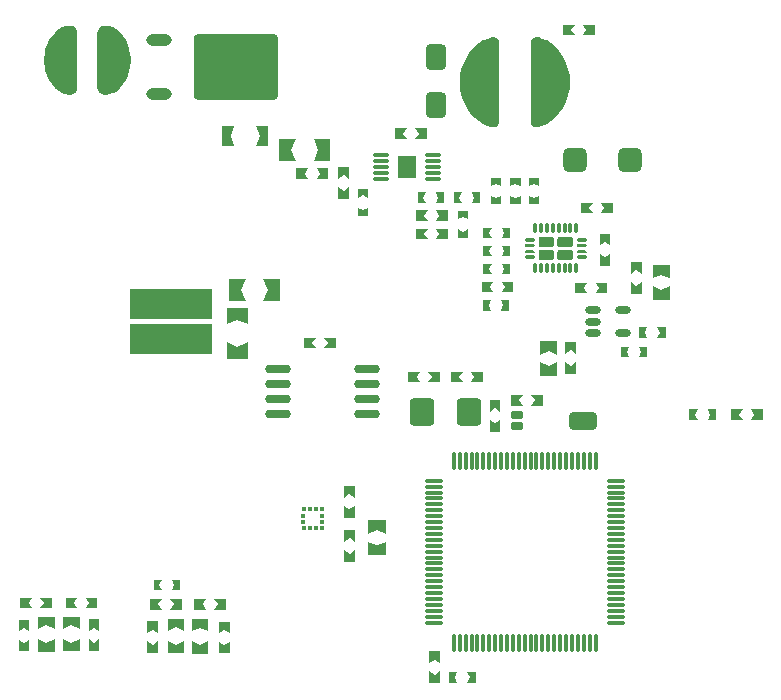
<source format=gtp>
G04 Layer_Color=8421504*
%FSLAX24Y24*%
%MOIN*%
G70*
G01*
G75*
%ADD11R,0.2756X0.0984*%
G04:AMPARAMS|DCode=16|XSize=90.6mil|YSize=82.7mil|CornerRadius=12.4mil|HoleSize=0mil|Usage=FLASHONLY|Rotation=270.000|XOffset=0mil|YOffset=0mil|HoleType=Round|Shape=RoundedRectangle|*
%AMROUNDEDRECTD16*
21,1,0.0906,0.0579,0,0,270.0*
21,1,0.0657,0.0827,0,0,270.0*
1,1,0.0248,-0.0289,-0.0329*
1,1,0.0248,-0.0289,0.0329*
1,1,0.0248,0.0289,0.0329*
1,1,0.0248,0.0289,-0.0329*
%
%ADD16ROUNDEDRECTD16*%
%ADD17O,0.0630X0.0118*%
%ADD18O,0.0118X0.0630*%
%ADD21O,0.0532X0.0236*%
%ADD24O,0.0335X0.0118*%
%ADD25O,0.0118X0.0335*%
G04:AMPARAMS|DCode=26|XSize=82.7mil|YSize=78.7mil|CornerRadius=19.7mil|HoleSize=0mil|Usage=FLASHONLY|Rotation=270.000|XOffset=0mil|YOffset=0mil|HoleType=Round|Shape=RoundedRectangle|*
%AMROUNDEDRECTD26*
21,1,0.0827,0.0394,0,0,270.0*
21,1,0.0433,0.0787,0,0,270.0*
1,1,0.0394,-0.0197,-0.0217*
1,1,0.0394,-0.0197,0.0217*
1,1,0.0394,0.0197,0.0217*
1,1,0.0394,0.0197,-0.0217*
%
%ADD26ROUNDEDRECTD26*%
%ADD31O,0.0571X0.0118*%
%ADD32R,0.0610X0.0728*%
G04:AMPARAMS|DCode=33|XSize=86.6mil|YSize=68.9mil|CornerRadius=17.2mil|HoleSize=0mil|Usage=FLASHONLY|Rotation=270.000|XOffset=0mil|YOffset=0mil|HoleType=Round|Shape=RoundedRectangle|*
%AMROUNDEDRECTD33*
21,1,0.0866,0.0344,0,0,270.0*
21,1,0.0522,0.0689,0,0,270.0*
1,1,0.0344,-0.0172,-0.0261*
1,1,0.0344,-0.0172,0.0261*
1,1,0.0344,0.0172,0.0261*
1,1,0.0344,0.0172,-0.0261*
%
%ADD33ROUNDEDRECTD33*%
G04:AMPARAMS|DCode=35|XSize=43.3mil|YSize=23.6mil|CornerRadius=5.9mil|HoleSize=0mil|Usage=FLASHONLY|Rotation=0.000|XOffset=0mil|YOffset=0mil|HoleType=Round|Shape=RoundedRectangle|*
%AMROUNDEDRECTD35*
21,1,0.0433,0.0118,0,0,0.0*
21,1,0.0315,0.0236,0,0,0.0*
1,1,0.0118,0.0157,-0.0059*
1,1,0.0118,-0.0157,-0.0059*
1,1,0.0118,-0.0157,0.0059*
1,1,0.0118,0.0157,0.0059*
%
%ADD35ROUNDEDRECTD35*%
G04:AMPARAMS|DCode=36|XSize=94.5mil|YSize=59.1mil|CornerRadius=14.8mil|HoleSize=0mil|Usage=FLASHONLY|Rotation=0.000|XOffset=0mil|YOffset=0mil|HoleType=Round|Shape=RoundedRectangle|*
%AMROUNDEDRECTD36*
21,1,0.0945,0.0295,0,0,0.0*
21,1,0.0650,0.0591,0,0,0.0*
1,1,0.0295,0.0325,-0.0148*
1,1,0.0295,-0.0325,-0.0148*
1,1,0.0295,-0.0325,0.0148*
1,1,0.0295,0.0325,0.0148*
%
%ADD36ROUNDEDRECTD36*%
%ADD37O,0.0850X0.0295*%
%ADD38O,0.0846X0.0394*%
G04:AMPARAMS|DCode=39|XSize=279.5mil|YSize=218.5mil|CornerRadius=10.9mil|HoleSize=0mil|Usage=FLASHONLY|Rotation=0.000|XOffset=0mil|YOffset=0mil|HoleType=Round|Shape=RoundedRectangle|*
%AMROUNDEDRECTD39*
21,1,0.2795,0.1967,0,0,0.0*
21,1,0.2577,0.2185,0,0,0.0*
1,1,0.0219,0.1288,-0.0983*
1,1,0.0219,-0.1288,-0.0983*
1,1,0.0219,-0.1288,0.0983*
1,1,0.0219,0.1288,0.0983*
%
%ADD39ROUNDEDRECTD39*%
%ADD40R,0.0118X0.0157*%
%ADD41R,0.0157X0.0118*%
G36*
X51171Y44990D02*
X50778D01*
X50896Y45167D01*
X50778Y45344D01*
X51171D01*
Y44990D01*
D02*
G37*
G36*
X50384Y45167D02*
X50502Y44990D01*
X50108D01*
Y45344D01*
X50502D01*
X50384Y45167D01*
D02*
G37*
G36*
X34993Y45283D02*
X35109Y45248D01*
X35215Y45192D01*
X35308Y45115D01*
X35338Y45085D01*
X35450Y44957D01*
X35543Y44814D01*
X35616Y44661D01*
X35617Y44657D01*
X35662Y44517D01*
X35690Y44372D01*
X35699Y44226D01*
X35699Y44094D01*
X35689Y43939D01*
X35660Y43786D01*
X35613Y43638D01*
X35612Y43637D01*
X35542Y43489D01*
X35453Y43352D01*
X35345Y43229D01*
X35302Y43186D01*
X35212Y43112D01*
X35109Y43057D01*
X34998Y43023D01*
X34882Y43012D01*
X34813D01*
X34746Y43022D01*
X34686Y43053D01*
X34638Y43101D01*
X34607Y43161D01*
X34596Y43228D01*
Y45079D01*
X34607Y45146D01*
X34638Y45206D01*
X34686Y45254D01*
X34746Y45285D01*
X34813Y45295D01*
X34873D01*
X34993Y45283D01*
D02*
G37*
G36*
X33778Y45285D02*
X33838Y45254D01*
X33886Y45206D01*
X33917Y45146D01*
X33927Y45079D01*
Y43228D01*
X33917Y43161D01*
X33886Y43101D01*
X33838Y43053D01*
X33778Y43022D01*
X33711Y43012D01*
X33651D01*
X33531Y43024D01*
X33415Y43059D01*
X33309Y43116D01*
X33215Y43192D01*
X33185Y43222D01*
X33074Y43350D01*
X32980Y43493D01*
X32908Y43646D01*
X32906Y43650D01*
X32861Y43790D01*
X32834Y43935D01*
X32825Y44082D01*
X32825Y44213D01*
X32834Y44368D01*
X32863Y44521D01*
X32911Y44669D01*
X32911Y44670D01*
X32981Y44818D01*
X33071Y44955D01*
X33178Y45078D01*
X33222Y45121D01*
X33312Y45195D01*
X33414Y45250D01*
X33526Y45284D01*
X33642Y45295D01*
X33711D01*
X33778Y45285D01*
D02*
G37*
G36*
X47879Y44910D02*
X47938Y44866D01*
X47978Y44804D01*
X47991Y44732D01*
Y42126D01*
X47977Y42052D01*
X47937Y41988D01*
X47876Y41943D01*
X47803Y41924D01*
X47728Y41933D01*
X47598Y41973D01*
X47447Y42034D01*
X47308Y42117D01*
X47183Y42221D01*
X47178Y42225D01*
X47029Y42391D01*
X46903Y42575D01*
X46803Y42774D01*
X46730Y42985D01*
X46686Y43203D01*
X46671Y43425D01*
X46686Y43648D01*
X46730Y43866D01*
X46803Y44076D01*
X46903Y44275D01*
X47029Y44459D01*
X47178Y44625D01*
X47181Y44627D01*
X47307Y44733D01*
X47449Y44817D01*
X47601Y44878D01*
X47735Y44920D01*
X47808Y44929D01*
X47879Y44910D01*
D02*
G37*
G36*
X49300Y44918D02*
X49429Y44877D01*
X49580Y44817D01*
X49720Y44733D01*
X49845Y44629D01*
X49849Y44625D01*
X49998Y44459D01*
X50124Y44275D01*
X50224Y44076D01*
X50297Y43866D01*
X50341Y43647D01*
X50356Y43425D01*
X50341Y43203D01*
X50297Y42985D01*
X50224Y42774D01*
X50124Y42575D01*
X49998Y42391D01*
X49849Y42225D01*
X49847Y42223D01*
X49720Y42118D01*
X49579Y42034D01*
X49426Y41972D01*
X49292Y41930D01*
X49219Y41922D01*
X49148Y41941D01*
X49089Y41984D01*
X49050Y42046D01*
X49036Y42118D01*
Y44724D01*
X49050Y44798D01*
X49091Y44862D01*
X49152Y44907D01*
X49225Y44926D01*
X49300Y44918D01*
D02*
G37*
G36*
X45581Y41526D02*
X45187D01*
X45305Y41703D01*
X45187Y41880D01*
X45581D01*
Y41526D01*
D02*
G37*
G36*
X44793Y41703D02*
X44911Y41526D01*
X44518D01*
Y41880D01*
X44911D01*
X44793Y41703D01*
D02*
G37*
G36*
X40295Y41280D02*
X39882D01*
X40000Y41624D01*
X39882Y41968D01*
X40295D01*
Y41280D01*
D02*
G37*
G36*
X39035Y41624D02*
X39154Y41280D01*
X38740D01*
Y41968D01*
X39154D01*
X39035Y41624D01*
D02*
G37*
G36*
X42352Y40807D02*
X41801D01*
X41959Y41161D01*
X41801Y41516D01*
X42352D01*
Y40807D01*
D02*
G37*
G36*
X41053Y41161D02*
X41211Y40807D01*
X40659D01*
Y41516D01*
X41211D01*
X41053Y41161D01*
D02*
G37*
G36*
X42982Y40207D02*
X42805Y40325D01*
X42628Y40207D01*
Y40600D01*
X42982D01*
Y40207D01*
D02*
G37*
G36*
X42293Y40197D02*
X41900D01*
X42018Y40374D01*
X41900Y40551D01*
X42293D01*
Y40197D01*
D02*
G37*
G36*
X41506Y40374D02*
X41624Y40197D01*
X41230D01*
Y40551D01*
X41624D01*
X41506Y40374D01*
D02*
G37*
G36*
X49331Y39961D02*
X49154Y40039D01*
X48976Y39961D01*
Y40236D01*
X49331D01*
Y39961D01*
D02*
G37*
G36*
X48701D02*
X48524Y40039D01*
X48346Y39961D01*
Y40236D01*
X48701D01*
Y39961D01*
D02*
G37*
G36*
X48061D02*
X47884Y40039D01*
X47707Y39961D01*
Y40236D01*
X48061D01*
Y39961D01*
D02*
G37*
G36*
X42982Y39537D02*
X42628D01*
Y39931D01*
X42805Y39813D01*
X42982Y39931D01*
Y39537D01*
D02*
G37*
G36*
X43622Y39577D02*
X43445Y39655D01*
X43268Y39577D01*
Y39852D01*
X43622D01*
Y39577D01*
D02*
G37*
G36*
X49331Y39351D02*
X48976D01*
Y39626D01*
X49154Y39547D01*
X49331Y39626D01*
Y39351D01*
D02*
G37*
G36*
X48701D02*
X48346D01*
Y39626D01*
X48524Y39547D01*
X48701Y39626D01*
Y39351D01*
D02*
G37*
G36*
X48061D02*
X47707D01*
Y39626D01*
X47884Y39547D01*
X48061Y39626D01*
Y39351D01*
D02*
G37*
G36*
X47352Y39400D02*
X47077D01*
X47155Y39577D01*
X47077Y39754D01*
X47352D01*
Y39400D01*
D02*
G37*
G36*
X46663Y39577D02*
X46742Y39400D01*
X46467D01*
Y39754D01*
X46742D01*
X46663Y39577D01*
D02*
G37*
G36*
X46151Y39400D02*
X45876D01*
X45954Y39577D01*
X45876Y39754D01*
X46151D01*
Y39400D01*
D02*
G37*
G36*
X45463Y39577D02*
X45541Y39400D01*
X45266D01*
Y39754D01*
X45541D01*
X45463Y39577D01*
D02*
G37*
G36*
X43622Y38967D02*
X43268D01*
Y39242D01*
X43445Y39163D01*
X43622Y39242D01*
Y38967D01*
D02*
G37*
G36*
X51772Y39055D02*
X51378D01*
X51496Y39232D01*
X51378Y39409D01*
X51772D01*
Y39055D01*
D02*
G37*
G36*
X50984Y39232D02*
X51102Y39055D01*
X50709D01*
Y39409D01*
X51102D01*
X50984Y39232D01*
D02*
G37*
G36*
X46959Y38848D02*
X46782Y38927D01*
X46604Y38848D01*
Y39124D01*
X46959D01*
Y38848D01*
D02*
G37*
G36*
X46270Y38799D02*
X45876D01*
X45994Y38976D01*
X45876Y39154D01*
X46270D01*
Y38799D01*
D02*
G37*
G36*
X45482Y38976D02*
X45600Y38799D01*
X45207D01*
Y39154D01*
X45600D01*
X45482Y38976D01*
D02*
G37*
G36*
X46959Y38238D02*
X46604D01*
Y38514D01*
X46782Y38435D01*
X46959Y38514D01*
Y38238D01*
D02*
G37*
G36*
X48346Y38219D02*
X48071D01*
X48149Y38396D01*
X48071Y38573D01*
X48346D01*
Y38219D01*
D02*
G37*
G36*
X47657Y38396D02*
X47736Y38219D01*
X47461D01*
Y38573D01*
X47736D01*
X47657Y38396D01*
D02*
G37*
G36*
X46270Y38189D02*
X45876D01*
X45994Y38366D01*
X45876Y38543D01*
X46270D01*
Y38189D01*
D02*
G37*
G36*
X45482Y38366D02*
X45600Y38189D01*
X45207D01*
Y38543D01*
X45600D01*
X45482Y38366D01*
D02*
G37*
G36*
X51693Y37982D02*
X51516Y38100D01*
X51339Y37982D01*
Y38376D01*
X51693D01*
Y37982D01*
D02*
G37*
G36*
X50411Y38250D02*
X50433Y38228D01*
X50441Y38199D01*
Y38002D01*
X50433Y37972D01*
X50411Y37951D01*
X50382Y37943D01*
X49988D01*
X49959Y37951D01*
X49937Y37972D01*
X49929Y38002D01*
Y38199D01*
X49937Y38228D01*
X49959Y38250D01*
X49988Y38258D01*
X50382D01*
X50411Y38250D01*
D02*
G37*
G36*
X49781D02*
X49803Y38228D01*
X49811Y38199D01*
Y38002D01*
X49803Y37972D01*
X49781Y37951D01*
X49752Y37943D01*
X49358D01*
X49329Y37951D01*
X49307Y37972D01*
X49299Y38002D01*
Y38199D01*
X49307Y38228D01*
X49329Y38250D01*
X49358Y38258D01*
X49752D01*
X49781Y38250D01*
D02*
G37*
G36*
X50894Y38030D02*
X50910Y37992D01*
X50894Y37954D01*
X50856Y37939D01*
X50620D01*
X50582Y37954D01*
X50567Y37992D01*
X50582Y38030D01*
X50620Y38045D01*
X50856D01*
X50894Y38030D01*
D02*
G37*
G36*
X49162D02*
X49177Y37992D01*
X49162Y37954D01*
X49124Y37939D01*
X48888D01*
X48850Y37954D01*
X48835Y37992D01*
X48850Y38030D01*
X48888Y38045D01*
X49124D01*
X49162Y38030D01*
D02*
G37*
G36*
X50894Y37813D02*
X50910Y37776D01*
X50894Y37738D01*
X50856Y37722D01*
X50620D01*
X50582Y37738D01*
X50567Y37776D01*
X50582Y37813D01*
X50620Y37829D01*
X50856D01*
X50894Y37813D01*
D02*
G37*
G36*
X49162D02*
X49177Y37776D01*
X49162Y37738D01*
X49124Y37722D01*
X48888D01*
X48850Y37738D01*
X48835Y37776D01*
X48850Y37813D01*
X48888Y37829D01*
X49124D01*
X49162Y37813D01*
D02*
G37*
G36*
X48346Y37618D02*
X48071D01*
X48149Y37795D01*
X48071Y37972D01*
X48346D01*
Y37618D01*
D02*
G37*
G36*
X47657Y37795D02*
X47736Y37618D01*
X47461D01*
Y37972D01*
X47736D01*
X47657Y37795D01*
D02*
G37*
G36*
X51693Y37313D02*
X51339D01*
Y37707D01*
X51516Y37589D01*
X51693Y37707D01*
Y37313D01*
D02*
G37*
G36*
X50411Y37817D02*
X50433Y37795D01*
X50441Y37766D01*
Y37569D01*
X50433Y37539D01*
X50411Y37518D01*
X50382Y37510D01*
X49988D01*
X49959Y37518D01*
X49937Y37539D01*
X49929Y37569D01*
Y37766D01*
X49937Y37795D01*
X49959Y37817D01*
X49988Y37825D01*
X50382D01*
X50411Y37817D01*
D02*
G37*
G36*
X49781D02*
X49803Y37795D01*
X49811Y37766D01*
Y37569D01*
X49803Y37539D01*
X49781Y37518D01*
X49752Y37510D01*
X49358D01*
X49329Y37518D01*
X49307Y37539D01*
X49299Y37569D01*
Y37766D01*
X49307Y37795D01*
X49329Y37817D01*
X49358Y37825D01*
X49752D01*
X49781Y37817D01*
D02*
G37*
G36*
X52736Y37037D02*
X52559Y37156D01*
X52382Y37037D01*
Y37431D01*
X52736D01*
Y37037D01*
D02*
G37*
G36*
X48346Y37018D02*
X48071D01*
X48149Y37195D01*
X48071Y37372D01*
X48346D01*
Y37018D01*
D02*
G37*
G36*
X47657Y37195D02*
X47736Y37018D01*
X47461D01*
Y37372D01*
X47736D01*
X47657Y37195D01*
D02*
G37*
G36*
X53681Y36880D02*
X53396Y37008D01*
X53110Y36880D01*
Y37333D01*
X53681D01*
Y36880D01*
D02*
G37*
G36*
X52736Y36368D02*
X52382D01*
Y36762D01*
X52559Y36644D01*
X52736Y36762D01*
Y36368D01*
D02*
G37*
G36*
X53681Y36171D02*
X53110D01*
Y36624D01*
X53396Y36496D01*
X53681Y36624D01*
Y36171D01*
D02*
G37*
G36*
X48465Y36417D02*
X48071D01*
X48189Y36594D01*
X48071Y36772D01*
X48465D01*
Y36417D01*
D02*
G37*
G36*
X47677Y36594D02*
X47795Y36417D01*
X47402D01*
Y36772D01*
X47795D01*
X47677Y36594D01*
D02*
G37*
G36*
X51594Y36388D02*
X51201D01*
X51319Y36565D01*
X51201Y36742D01*
X51594D01*
Y36388D01*
D02*
G37*
G36*
X50807Y36565D02*
X50925Y36388D01*
X50532D01*
Y36742D01*
X50925D01*
X50807Y36565D01*
D02*
G37*
G36*
X40679Y36142D02*
X40128D01*
X40285Y36496D01*
X40128Y36850D01*
X40679D01*
Y36142D01*
D02*
G37*
G36*
X39380Y36496D02*
X39537Y36142D01*
X38986D01*
Y36850D01*
X39537D01*
X39380Y36496D01*
D02*
G37*
G36*
X48327Y35807D02*
X48051D01*
X48130Y35984D01*
X48051Y36161D01*
X48327D01*
Y35807D01*
D02*
G37*
G36*
X47638Y35984D02*
X47717Y35807D01*
X47441D01*
Y36161D01*
X47717D01*
X47638Y35984D01*
D02*
G37*
G36*
X39616Y35354D02*
X39262Y35512D01*
X38907Y35354D01*
Y35906D01*
X39616D01*
Y35354D01*
D02*
G37*
G36*
X53533Y34902D02*
X53258D01*
X53336Y35079D01*
X53258Y35256D01*
X53533D01*
Y34902D01*
D02*
G37*
G36*
X52844Y35079D02*
X52923Y34902D01*
X52648D01*
Y35256D01*
X52923D01*
X52844Y35079D01*
D02*
G37*
G36*
X39616Y34213D02*
X38907D01*
Y34764D01*
X39262Y34606D01*
X39616Y34764D01*
Y34213D01*
D02*
G37*
G36*
X42549Y34547D02*
X42156D01*
X42274Y34724D01*
X42156Y34902D01*
X42549D01*
Y34547D01*
D02*
G37*
G36*
X41762Y34724D02*
X41880Y34547D01*
X41486D01*
Y34902D01*
X41880D01*
X41762Y34724D01*
D02*
G37*
G36*
X50551Y34370D02*
X50374Y34488D01*
X50197Y34370D01*
Y34764D01*
X50551D01*
Y34370D01*
D02*
G37*
G36*
X49921Y34341D02*
X49636Y34469D01*
X49350Y34341D01*
Y34793D01*
X49921D01*
Y34341D01*
D02*
G37*
G36*
X52923Y34252D02*
X52647D01*
X52726Y34429D01*
X52647Y34606D01*
X52923D01*
Y34252D01*
D02*
G37*
G36*
X52234Y34429D02*
X52313Y34252D01*
X52037D01*
Y34606D01*
X52313D01*
X52234Y34429D01*
D02*
G37*
G36*
X50551Y33701D02*
X50197D01*
Y34094D01*
X50374Y33976D01*
X50551Y34094D01*
Y33701D01*
D02*
G37*
G36*
X49921Y33632D02*
X49350D01*
Y34085D01*
X49636Y33957D01*
X49921Y34085D01*
Y33632D01*
D02*
G37*
G36*
X47441Y33415D02*
X47047D01*
X47165Y33593D01*
X47047Y33770D01*
X47441D01*
Y33415D01*
D02*
G37*
G36*
X46654Y33593D02*
X46772Y33415D01*
X46378D01*
Y33770D01*
X46772D01*
X46654Y33593D01*
D02*
G37*
G36*
X46024Y33415D02*
X45630D01*
X45748Y33593D01*
X45630Y33770D01*
X46024D01*
Y33415D01*
D02*
G37*
G36*
X45236Y33593D02*
X45354Y33415D01*
X44961D01*
Y33770D01*
X45354D01*
X45236Y33593D01*
D02*
G37*
G36*
X49449Y32638D02*
X49055D01*
X49173Y32815D01*
X49055Y32992D01*
X49449D01*
Y32638D01*
D02*
G37*
G36*
X48661Y32815D02*
X48780Y32638D01*
X48386D01*
Y32992D01*
X48780D01*
X48661Y32815D01*
D02*
G37*
G36*
X48022Y32441D02*
X47844Y32559D01*
X47667Y32441D01*
Y32835D01*
X48022D01*
Y32441D01*
D02*
G37*
G36*
X56772Y32165D02*
X56378D01*
X56496Y32343D01*
X56378Y32520D01*
X56772D01*
Y32165D01*
D02*
G37*
G36*
X55984Y32343D02*
X56102Y32165D01*
X55709D01*
Y32520D01*
X56102D01*
X55984Y32343D01*
D02*
G37*
G36*
X55216Y32165D02*
X54941D01*
X55019Y32343D01*
X54941Y32520D01*
X55216D01*
Y32165D01*
D02*
G37*
G36*
X54528Y32343D02*
X54606Y32165D01*
X54331D01*
Y32520D01*
X54606D01*
X54528Y32343D01*
D02*
G37*
G36*
X48022Y31772D02*
X47667D01*
Y32165D01*
X47844Y32047D01*
X48022Y32165D01*
Y31772D01*
D02*
G37*
G36*
X43169Y29577D02*
X42992Y29695D01*
X42815Y29577D01*
Y29970D01*
X43169D01*
Y29577D01*
D02*
G37*
G36*
Y28907D02*
X42815D01*
Y29301D01*
X42992Y29183D01*
X43169Y29301D01*
Y28907D01*
D02*
G37*
G36*
X44203Y28366D02*
X43917Y28494D01*
X43632Y28366D01*
Y28819D01*
X44203D01*
Y28366D01*
D02*
G37*
G36*
X43179Y28100D02*
X43002Y28219D01*
X42825Y28100D01*
Y28494D01*
X43179D01*
Y28100D01*
D02*
G37*
G36*
X44203Y27657D02*
X43632D01*
Y28110D01*
X43917Y27982D01*
X44203Y28110D01*
Y27657D01*
D02*
G37*
G36*
X43179Y27431D02*
X42825D01*
Y27825D01*
X43002Y27707D01*
X43179Y27825D01*
Y27431D01*
D02*
G37*
G36*
X37352Y26486D02*
X37077D01*
X37155Y26663D01*
X37077Y26841D01*
X37352D01*
Y26486D01*
D02*
G37*
G36*
X36663Y26663D02*
X36742Y26486D01*
X36467D01*
Y26841D01*
X36742D01*
X36663Y26663D01*
D02*
G37*
G36*
X34596Y25887D02*
X34203D01*
X34321Y26064D01*
X34203Y26241D01*
X34596D01*
Y25887D01*
D02*
G37*
G36*
X33809Y26064D02*
X33927Y25887D01*
X33533D01*
Y26241D01*
X33927D01*
X33809Y26064D01*
D02*
G37*
G36*
X33091Y25886D02*
X32697D01*
X32815Y26063D01*
X32697Y26240D01*
X33091D01*
Y25886D01*
D02*
G37*
G36*
X32303Y26063D02*
X32421Y25886D01*
X32028D01*
Y26240D01*
X32421D01*
X32303Y26063D01*
D02*
G37*
G36*
X38888Y25846D02*
X38494D01*
X38612Y26024D01*
X38494Y26201D01*
X38888D01*
Y25846D01*
D02*
G37*
G36*
X38100Y26024D02*
X38219Y25846D01*
X37825D01*
Y26201D01*
X38219D01*
X38100Y26024D01*
D02*
G37*
G36*
X37411Y25846D02*
X37018D01*
X37136Y26023D01*
X37018Y26200D01*
X37411D01*
Y25846D01*
D02*
G37*
G36*
X36624Y26023D02*
X36742Y25846D01*
X36348D01*
Y26200D01*
X36742D01*
X36624Y26023D01*
D02*
G37*
G36*
X34006Y25197D02*
X33730Y25325D01*
X33455Y25197D01*
Y25610D01*
X34006D01*
Y25197D01*
D02*
G37*
G36*
X33169Y25187D02*
X32894Y25315D01*
X32618Y25187D01*
Y25600D01*
X33169D01*
Y25187D01*
D02*
G37*
G36*
X37490Y25128D02*
X37215Y25256D01*
X36939Y25128D01*
Y25541D01*
X37490D01*
Y25128D01*
D02*
G37*
G36*
X34656D02*
X34478Y25246D01*
X34301Y25128D01*
Y25522D01*
X34656D01*
Y25128D01*
D02*
G37*
G36*
X38297Y25118D02*
X38022Y25246D01*
X37746Y25118D01*
Y25531D01*
X38297D01*
Y25118D01*
D02*
G37*
G36*
X32323D02*
X32146Y25236D01*
X31969Y25118D01*
Y25512D01*
X32323D01*
Y25118D01*
D02*
G37*
G36*
X36614Y25059D02*
X36437Y25177D01*
X36260Y25059D01*
Y25453D01*
X36614D01*
Y25059D01*
D02*
G37*
G36*
X39006Y25049D02*
X38829Y25167D01*
X38652Y25049D01*
Y25443D01*
X39006D01*
Y25049D01*
D02*
G37*
G36*
X34656Y24459D02*
X34301D01*
Y24852D01*
X34478Y24734D01*
X34656Y24852D01*
Y24459D01*
D02*
G37*
G36*
X34006Y24449D02*
X33455D01*
Y24862D01*
X33730Y24734D01*
X34006Y24862D01*
Y24449D01*
D02*
G37*
G36*
X32323Y24449D02*
X31969D01*
Y24843D01*
X32146Y24724D01*
X32323Y24843D01*
Y24449D01*
D02*
G37*
G36*
X33169Y24439D02*
X32618D01*
Y24852D01*
X32894Y24724D01*
X33169Y24852D01*
Y24439D01*
D02*
G37*
G36*
X37490Y24380D02*
X36939D01*
Y24793D01*
X37215Y24665D01*
X37490Y24793D01*
Y24380D01*
D02*
G37*
G36*
X36614Y24390D02*
X36260D01*
Y24783D01*
X36437Y24665D01*
X36614Y24783D01*
Y24390D01*
D02*
G37*
G36*
X39006Y24380D02*
X38652D01*
Y24774D01*
X38829Y24656D01*
X39006Y24774D01*
Y24380D01*
D02*
G37*
G36*
X38297Y24370D02*
X37746D01*
Y24783D01*
X38022Y24656D01*
X38297Y24783D01*
Y24370D01*
D02*
G37*
G36*
X46014Y24055D02*
X45837Y24173D01*
X45659Y24055D01*
Y24449D01*
X46014D01*
Y24055D01*
D02*
G37*
G36*
Y23386D02*
X45659D01*
Y23780D01*
X45837Y23661D01*
X46014Y23780D01*
Y23386D01*
D02*
G37*
G36*
X47205Y23406D02*
X46929D01*
X47008Y23583D01*
X46929Y23760D01*
X47205D01*
Y23406D01*
D02*
G37*
G36*
X46516Y23583D02*
X46595Y23406D01*
X46319D01*
Y23760D01*
X46595D01*
X46516Y23583D01*
D02*
G37*
D11*
X37035Y34862D02*
D03*
Y36043D02*
D03*
D16*
X46978Y32431D02*
D03*
X45404D02*
D03*
D17*
X45807Y30138D02*
D03*
Y29941D02*
D03*
Y29744D02*
D03*
Y29547D02*
D03*
Y29350D02*
D03*
Y29154D02*
D03*
Y28957D02*
D03*
Y28760D02*
D03*
Y28563D02*
D03*
Y28366D02*
D03*
Y28169D02*
D03*
Y27972D02*
D03*
X51870D02*
D03*
Y28169D02*
D03*
Y28366D02*
D03*
Y28563D02*
D03*
Y28760D02*
D03*
Y28957D02*
D03*
Y29154D02*
D03*
Y29350D02*
D03*
Y29547D02*
D03*
Y29744D02*
D03*
Y29941D02*
D03*
Y30138D02*
D03*
X45807Y27579D02*
D03*
Y27382D02*
D03*
Y27185D02*
D03*
Y26988D02*
D03*
Y26791D02*
D03*
Y26594D02*
D03*
Y26398D02*
D03*
Y26201D02*
D03*
Y26004D02*
D03*
Y25807D02*
D03*
Y25610D02*
D03*
Y25413D02*
D03*
X51870D02*
D03*
Y25610D02*
D03*
Y25807D02*
D03*
Y26004D02*
D03*
Y26201D02*
D03*
Y26398D02*
D03*
Y26594D02*
D03*
Y26791D02*
D03*
Y26988D02*
D03*
Y27185D02*
D03*
Y27382D02*
D03*
Y27579D02*
D03*
X45807Y27776D02*
D03*
X51870D02*
D03*
D18*
X48642Y30807D02*
D03*
X48445D02*
D03*
X48248D02*
D03*
X48051D02*
D03*
X47854D02*
D03*
X47657D02*
D03*
X47461D02*
D03*
X47264D02*
D03*
X47067D02*
D03*
X46870D02*
D03*
X46673D02*
D03*
X46476D02*
D03*
X51201D02*
D03*
X51004D02*
D03*
X50807D02*
D03*
X50610D02*
D03*
X50413D02*
D03*
X50217D02*
D03*
X50020D02*
D03*
X49823D02*
D03*
X49626D02*
D03*
X49429D02*
D03*
X49232D02*
D03*
X49035D02*
D03*
X46476Y24744D02*
D03*
X46673D02*
D03*
X46870D02*
D03*
X47067D02*
D03*
X47264D02*
D03*
X47461D02*
D03*
X47657D02*
D03*
X47854D02*
D03*
X48051D02*
D03*
X48248D02*
D03*
X48445D02*
D03*
X48642D02*
D03*
X49035D02*
D03*
X49232D02*
D03*
X49429D02*
D03*
X49626D02*
D03*
X49823D02*
D03*
X50020D02*
D03*
X50217D02*
D03*
X50413D02*
D03*
X50610D02*
D03*
X50807D02*
D03*
X51004D02*
D03*
X51201D02*
D03*
X48839Y30807D02*
D03*
Y24744D02*
D03*
D21*
X51132Y35443D02*
D03*
X52116Y35817D02*
D03*
X51132D02*
D03*
X52116Y35069D02*
D03*
X51132D02*
D03*
D24*
X50738Y37589D02*
D03*
Y38179D02*
D03*
X49006Y37589D02*
D03*
Y38179D02*
D03*
D25*
X50561Y37215D02*
D03*
X50364D02*
D03*
X50167D02*
D03*
X49970D02*
D03*
X49774D02*
D03*
X49577D02*
D03*
X49380D02*
D03*
X49183D02*
D03*
Y38553D02*
D03*
X49380D02*
D03*
X49577D02*
D03*
X49774D02*
D03*
X49970D02*
D03*
X50167D02*
D03*
X50364D02*
D03*
X50561D02*
D03*
D26*
X50522Y40837D02*
D03*
X52333D02*
D03*
D31*
X44055Y40994D02*
D03*
Y40797D02*
D03*
Y40600D02*
D03*
Y40404D02*
D03*
Y40207D02*
D03*
X45787D02*
D03*
Y40404D02*
D03*
Y40600D02*
D03*
Y40797D02*
D03*
Y40994D02*
D03*
D32*
X44921Y40600D02*
D03*
D33*
X45886Y42648D02*
D03*
Y44262D02*
D03*
D35*
X48583Y31969D02*
D03*
Y32323D02*
D03*
D36*
X50768Y32146D02*
D03*
D37*
X43570Y32858D02*
D03*
X40620D02*
D03*
X43570Y33858D02*
D03*
Y33358D02*
D03*
Y32358D02*
D03*
X40620Y33858D02*
D03*
Y33358D02*
D03*
Y32358D02*
D03*
D38*
X36654Y43020D02*
D03*
Y44815D02*
D03*
D39*
X39213Y43917D02*
D03*
D40*
X41476Y28553D02*
D03*
X41673D02*
D03*
X41870D02*
D03*
X42067D02*
D03*
Y29183D02*
D03*
X41870D02*
D03*
X41673D02*
D03*
X41476D02*
D03*
D41*
X42087Y28770D02*
D03*
Y28967D02*
D03*
X41457D02*
D03*
Y28770D02*
D03*
M02*

</source>
